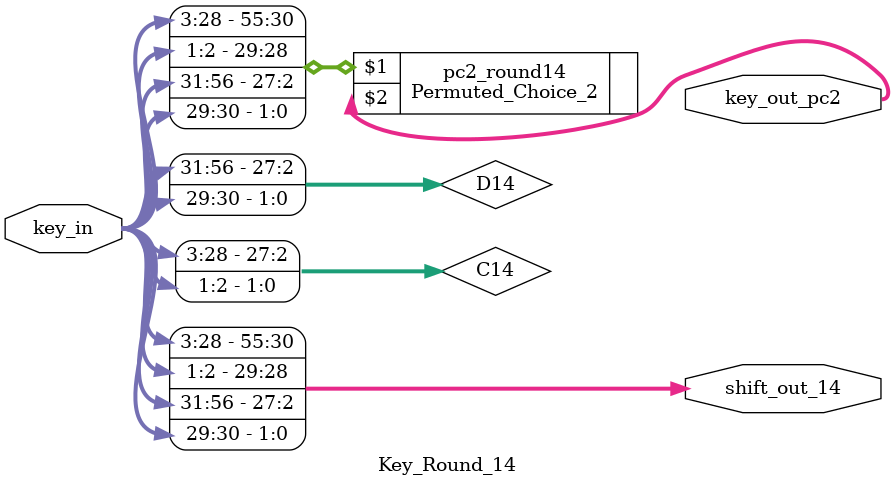
<source format=v>
`timescale 1ns / 1ps
module Key_Round_14(
   input [1:56] key_in,
    output [1:56] shift_out_14,
    output [1:48] key_out_pc2
    );

wire [1:28] C14,D14;
assign C14={key_in[3:28],key_in[1:2]};
assign D14={key_in[31:56],key_in[29:30]};
assign shift_out_14={C14,D14};

Permuted_Choice_2 pc2_round14(shift_out_14, key_out_pc2);
endmodule

</source>
